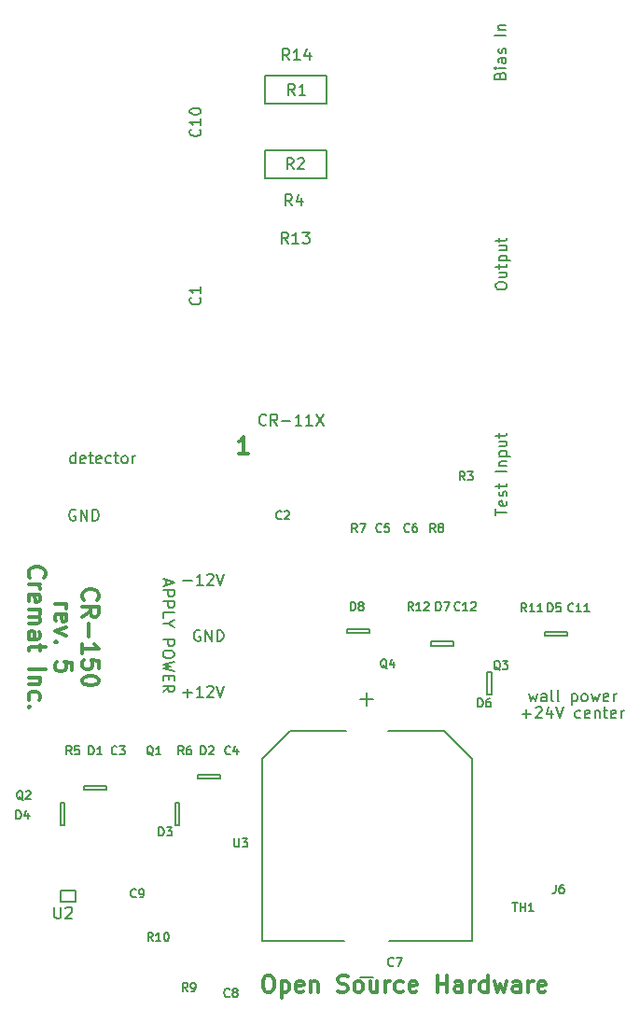
<source format=gbr>
G04 #@! TF.FileFunction,Legend,Top*
%FSLAX46Y46*%
G04 Gerber Fmt 4.6, Leading zero omitted, Abs format (unit mm)*
G04 Created by KiCad (PCBNEW (after 2015-mar-04 BZR unknown)-product) date 11/24/2015 7:31:04 AM*
%MOMM*%
G01*
G04 APERTURE LIST*
%ADD10C,0.152400*%
%ADD11C,0.203200*%
%ADD12C,0.200000*%
%ADD13C,0.304800*%
%ADD14C,0.150000*%
%ADD15C,0.177800*%
G04 APERTURE END LIST*
D10*
D11*
X72740763Y-91095286D02*
X72934287Y-91772619D01*
X73127810Y-91288810D01*
X73321334Y-91772619D01*
X73514858Y-91095286D01*
X74337334Y-91772619D02*
X74337334Y-91240429D01*
X74288953Y-91143667D01*
X74192191Y-91095286D01*
X73998668Y-91095286D01*
X73901906Y-91143667D01*
X74337334Y-91724238D02*
X74240572Y-91772619D01*
X73998668Y-91772619D01*
X73901906Y-91724238D01*
X73853525Y-91627476D01*
X73853525Y-91530714D01*
X73901906Y-91433952D01*
X73998668Y-91385571D01*
X74240572Y-91385571D01*
X74337334Y-91337190D01*
X74966287Y-91772619D02*
X74869525Y-91724238D01*
X74821144Y-91627476D01*
X74821144Y-90756619D01*
X75498477Y-91772619D02*
X75401715Y-91724238D01*
X75353334Y-91627476D01*
X75353334Y-90756619D01*
X76659619Y-91095286D02*
X76659619Y-92111286D01*
X76659619Y-91143667D02*
X76756381Y-91095286D01*
X76949904Y-91095286D01*
X77046666Y-91143667D01*
X77095047Y-91192048D01*
X77143428Y-91288810D01*
X77143428Y-91579095D01*
X77095047Y-91675857D01*
X77046666Y-91724238D01*
X76949904Y-91772619D01*
X76756381Y-91772619D01*
X76659619Y-91724238D01*
X77724000Y-91772619D02*
X77627238Y-91724238D01*
X77578857Y-91675857D01*
X77530476Y-91579095D01*
X77530476Y-91288810D01*
X77578857Y-91192048D01*
X77627238Y-91143667D01*
X77724000Y-91095286D01*
X77869142Y-91095286D01*
X77965904Y-91143667D01*
X78014285Y-91192048D01*
X78062666Y-91288810D01*
X78062666Y-91579095D01*
X78014285Y-91675857D01*
X77965904Y-91724238D01*
X77869142Y-91772619D01*
X77724000Y-91772619D01*
X78401333Y-91095286D02*
X78594857Y-91772619D01*
X78788380Y-91288810D01*
X78981904Y-91772619D01*
X79175428Y-91095286D01*
X79949523Y-91724238D02*
X79852761Y-91772619D01*
X79659238Y-91772619D01*
X79562476Y-91724238D01*
X79514095Y-91627476D01*
X79514095Y-91240429D01*
X79562476Y-91143667D01*
X79659238Y-91095286D01*
X79852761Y-91095286D01*
X79949523Y-91143667D01*
X79997904Y-91240429D01*
X79997904Y-91337190D01*
X79514095Y-91433952D01*
X80433333Y-91772619D02*
X80433333Y-91095286D01*
X80433333Y-91288810D02*
X80481714Y-91192048D01*
X80530095Y-91143667D01*
X80626857Y-91095286D01*
X80723618Y-91095286D01*
D12*
X65024000Y-94488000D02*
X59944000Y-94488000D01*
X67564000Y-97028000D02*
X65024000Y-94488000D01*
X67564000Y-113538000D02*
X67564000Y-97028000D01*
X60071000Y-113538000D02*
X67564000Y-113538000D01*
X48514000Y-113538000D02*
X56007000Y-113538000D01*
X48514000Y-97028000D02*
X48514000Y-113538000D01*
X51054000Y-94488000D02*
X48514000Y-97028000D01*
X56134000Y-94488000D02*
X51054000Y-94488000D01*
D11*
X72160192Y-92909571D02*
X72934287Y-92909571D01*
X72547239Y-93296619D02*
X72547239Y-92522524D01*
X73369716Y-92377381D02*
X73418097Y-92329000D01*
X73514859Y-92280619D01*
X73756763Y-92280619D01*
X73853525Y-92329000D01*
X73901906Y-92377381D01*
X73950287Y-92474143D01*
X73950287Y-92570905D01*
X73901906Y-92716048D01*
X73321335Y-93296619D01*
X73950287Y-93296619D01*
X74821144Y-92619286D02*
X74821144Y-93296619D01*
X74579240Y-92232238D02*
X74337335Y-92957952D01*
X74966287Y-92957952D01*
X75208192Y-92280619D02*
X75546859Y-93296619D01*
X75885525Y-92280619D01*
X77433715Y-93248238D02*
X77336953Y-93296619D01*
X77143430Y-93296619D01*
X77046668Y-93248238D01*
X76998287Y-93199857D01*
X76949906Y-93103095D01*
X76949906Y-92812810D01*
X76998287Y-92716048D01*
X77046668Y-92667667D01*
X77143430Y-92619286D01*
X77336953Y-92619286D01*
X77433715Y-92667667D01*
X78256191Y-93248238D02*
X78159429Y-93296619D01*
X77965906Y-93296619D01*
X77869144Y-93248238D01*
X77820763Y-93151476D01*
X77820763Y-92764429D01*
X77869144Y-92667667D01*
X77965906Y-92619286D01*
X78159429Y-92619286D01*
X78256191Y-92667667D01*
X78304572Y-92764429D01*
X78304572Y-92861190D01*
X77820763Y-92957952D01*
X78740001Y-92619286D02*
X78740001Y-93296619D01*
X78740001Y-92716048D02*
X78788382Y-92667667D01*
X78885144Y-92619286D01*
X79030286Y-92619286D01*
X79127048Y-92667667D01*
X79175429Y-92764429D01*
X79175429Y-93296619D01*
X79514096Y-92619286D02*
X79901144Y-92619286D01*
X79659239Y-92280619D02*
X79659239Y-93151476D01*
X79707620Y-93248238D01*
X79804382Y-93296619D01*
X79901144Y-93296619D01*
X80626857Y-93248238D02*
X80530095Y-93296619D01*
X80336572Y-93296619D01*
X80239810Y-93248238D01*
X80191429Y-93151476D01*
X80191429Y-92764429D01*
X80239810Y-92667667D01*
X80336572Y-92619286D01*
X80530095Y-92619286D01*
X80626857Y-92667667D01*
X80675238Y-92764429D01*
X80675238Y-92861190D01*
X80191429Y-92957952D01*
X81110667Y-93296619D02*
X81110667Y-92619286D01*
X81110667Y-92812810D02*
X81159048Y-92716048D01*
X81207429Y-92667667D01*
X81304191Y-92619286D01*
X81400952Y-92619286D01*
D12*
X54356000Y-41783000D02*
X48768000Y-41783000D01*
X54356000Y-44323000D02*
X54356000Y-41783000D01*
X48768000Y-44323000D02*
X54356000Y-44323000D01*
X48768000Y-41783000D02*
X48768000Y-44323000D01*
X54356000Y-35052000D02*
X48768000Y-35052000D01*
X54356000Y-37592000D02*
X54356000Y-35052000D01*
X48768000Y-37592000D02*
X54356000Y-37592000D01*
X48768000Y-35052000D02*
X48768000Y-37592000D01*
D11*
X41389905Y-91004571D02*
X42164000Y-91004571D01*
X41776952Y-91391619D02*
X41776952Y-90617524D01*
X43180000Y-91391619D02*
X42599429Y-91391619D01*
X42889715Y-91391619D02*
X42889715Y-90375619D01*
X42792953Y-90520762D01*
X42696191Y-90617524D01*
X42599429Y-90665905D01*
X43567048Y-90472381D02*
X43615429Y-90424000D01*
X43712191Y-90375619D01*
X43954095Y-90375619D01*
X44050857Y-90424000D01*
X44099238Y-90472381D01*
X44147619Y-90569143D01*
X44147619Y-90665905D01*
X44099238Y-90811048D01*
X43518667Y-91391619D01*
X44147619Y-91391619D01*
X44437905Y-90375619D02*
X44776572Y-91391619D01*
X45115238Y-90375619D01*
X41389905Y-80844571D02*
X42164000Y-80844571D01*
X43180000Y-81231619D02*
X42599429Y-81231619D01*
X42889715Y-81231619D02*
X42889715Y-80215619D01*
X42792953Y-80360762D01*
X42696191Y-80457524D01*
X42599429Y-80505905D01*
X43567048Y-80312381D02*
X43615429Y-80264000D01*
X43712191Y-80215619D01*
X43954095Y-80215619D01*
X44050857Y-80264000D01*
X44099238Y-80312381D01*
X44147619Y-80409143D01*
X44147619Y-80505905D01*
X44099238Y-80651048D01*
X43518667Y-81231619D01*
X44147619Y-81231619D01*
X44437905Y-80215619D02*
X44776572Y-81231619D01*
X45115238Y-80215619D01*
X42913905Y-85344000D02*
X42817143Y-85295619D01*
X42672000Y-85295619D01*
X42526858Y-85344000D01*
X42430096Y-85440762D01*
X42381715Y-85537524D01*
X42333334Y-85731048D01*
X42333334Y-85876190D01*
X42381715Y-86069714D01*
X42430096Y-86166476D01*
X42526858Y-86263238D01*
X42672000Y-86311619D01*
X42768762Y-86311619D01*
X42913905Y-86263238D01*
X42962286Y-86214857D01*
X42962286Y-85876190D01*
X42768762Y-85876190D01*
X43397715Y-86311619D02*
X43397715Y-85295619D01*
X43978286Y-86311619D01*
X43978286Y-85295619D01*
X44462096Y-86311619D02*
X44462096Y-85295619D01*
X44704001Y-85295619D01*
X44849143Y-85344000D01*
X44945905Y-85440762D01*
X44994286Y-85537524D01*
X45042667Y-85731048D01*
X45042667Y-85876190D01*
X44994286Y-86069714D01*
X44945905Y-86166476D01*
X44849143Y-86263238D01*
X44704001Y-86311619D01*
X44462096Y-86311619D01*
X39835667Y-80772001D02*
X39835667Y-81255810D01*
X39545381Y-80675239D02*
X40561381Y-81013906D01*
X39545381Y-81352572D01*
X39545381Y-81691239D02*
X40561381Y-81691239D01*
X40561381Y-82078286D01*
X40513000Y-82175048D01*
X40464619Y-82223429D01*
X40367857Y-82271810D01*
X40222714Y-82271810D01*
X40125952Y-82223429D01*
X40077571Y-82175048D01*
X40029190Y-82078286D01*
X40029190Y-81691239D01*
X39545381Y-82707239D02*
X40561381Y-82707239D01*
X40561381Y-83094286D01*
X40513000Y-83191048D01*
X40464619Y-83239429D01*
X40367857Y-83287810D01*
X40222714Y-83287810D01*
X40125952Y-83239429D01*
X40077571Y-83191048D01*
X40029190Y-83094286D01*
X40029190Y-82707239D01*
X39545381Y-84207048D02*
X39545381Y-83723239D01*
X40561381Y-83723239D01*
X40029190Y-84739239D02*
X39545381Y-84739239D01*
X40561381Y-84400572D02*
X40029190Y-84739239D01*
X40561381Y-85077905D01*
X39545381Y-86190667D02*
X40561381Y-86190667D01*
X40561381Y-86577714D01*
X40513000Y-86674476D01*
X40464619Y-86722857D01*
X40367857Y-86771238D01*
X40222714Y-86771238D01*
X40125952Y-86722857D01*
X40077571Y-86674476D01*
X40029190Y-86577714D01*
X40029190Y-86190667D01*
X40561381Y-87400191D02*
X40561381Y-87593714D01*
X40513000Y-87690476D01*
X40416238Y-87787238D01*
X40222714Y-87835619D01*
X39884048Y-87835619D01*
X39690524Y-87787238D01*
X39593762Y-87690476D01*
X39545381Y-87593714D01*
X39545381Y-87400191D01*
X39593762Y-87303429D01*
X39690524Y-87206667D01*
X39884048Y-87158286D01*
X40222714Y-87158286D01*
X40416238Y-87206667D01*
X40513000Y-87303429D01*
X40561381Y-87400191D01*
X40561381Y-88174286D02*
X39545381Y-88416191D01*
X40271095Y-88609714D01*
X39545381Y-88803238D01*
X40561381Y-89045143D01*
X40077571Y-89432191D02*
X40077571Y-89770857D01*
X39545381Y-89916000D02*
X39545381Y-89432191D01*
X40561381Y-89432191D01*
X40561381Y-89916000D01*
X39545381Y-90932000D02*
X40029190Y-90593334D01*
X39545381Y-90351429D02*
X40561381Y-90351429D01*
X40561381Y-90738476D01*
X40513000Y-90835238D01*
X40464619Y-90883619D01*
X40367857Y-90932000D01*
X40222714Y-90932000D01*
X40125952Y-90883619D01*
X40077571Y-90835238D01*
X40029190Y-90738476D01*
X40029190Y-90351429D01*
D13*
X48985714Y-116640429D02*
X49276000Y-116640429D01*
X49421142Y-116713000D01*
X49566285Y-116858143D01*
X49638857Y-117148429D01*
X49638857Y-117656429D01*
X49566285Y-117946714D01*
X49421142Y-118091857D01*
X49276000Y-118164429D01*
X48985714Y-118164429D01*
X48840571Y-118091857D01*
X48695428Y-117946714D01*
X48622857Y-117656429D01*
X48622857Y-117148429D01*
X48695428Y-116858143D01*
X48840571Y-116713000D01*
X48985714Y-116640429D01*
X50291999Y-117148429D02*
X50291999Y-118672429D01*
X50291999Y-117221000D02*
X50437142Y-117148429D01*
X50727428Y-117148429D01*
X50872571Y-117221000D01*
X50945142Y-117293571D01*
X51017713Y-117438714D01*
X51017713Y-117874143D01*
X50945142Y-118019286D01*
X50872571Y-118091857D01*
X50727428Y-118164429D01*
X50437142Y-118164429D01*
X50291999Y-118091857D01*
X52251428Y-118091857D02*
X52106285Y-118164429D01*
X51815999Y-118164429D01*
X51670856Y-118091857D01*
X51598285Y-117946714D01*
X51598285Y-117366143D01*
X51670856Y-117221000D01*
X51815999Y-117148429D01*
X52106285Y-117148429D01*
X52251428Y-117221000D01*
X52323999Y-117366143D01*
X52323999Y-117511286D01*
X51598285Y-117656429D01*
X52977142Y-117148429D02*
X52977142Y-118164429D01*
X52977142Y-117293571D02*
X53049714Y-117221000D01*
X53194856Y-117148429D01*
X53412571Y-117148429D01*
X53557714Y-117221000D01*
X53630285Y-117366143D01*
X53630285Y-118164429D01*
X55444571Y-118091857D02*
X55662285Y-118164429D01*
X56025142Y-118164429D01*
X56170285Y-118091857D01*
X56242856Y-118019286D01*
X56315428Y-117874143D01*
X56315428Y-117729000D01*
X56242856Y-117583857D01*
X56170285Y-117511286D01*
X56025142Y-117438714D01*
X55734856Y-117366143D01*
X55589714Y-117293571D01*
X55517142Y-117221000D01*
X55444571Y-117075857D01*
X55444571Y-116930714D01*
X55517142Y-116785571D01*
X55589714Y-116713000D01*
X55734856Y-116640429D01*
X56097714Y-116640429D01*
X56315428Y-116713000D01*
X57186285Y-118164429D02*
X57041143Y-118091857D01*
X56968571Y-118019286D01*
X56896000Y-117874143D01*
X56896000Y-117438714D01*
X56968571Y-117293571D01*
X57041143Y-117221000D01*
X57186285Y-117148429D01*
X57404000Y-117148429D01*
X57549143Y-117221000D01*
X57621714Y-117293571D01*
X57694285Y-117438714D01*
X57694285Y-117874143D01*
X57621714Y-118019286D01*
X57549143Y-118091857D01*
X57404000Y-118164429D01*
X57186285Y-118164429D01*
X59000571Y-117148429D02*
X59000571Y-118164429D01*
X58347428Y-117148429D02*
X58347428Y-117946714D01*
X58420000Y-118091857D01*
X58565142Y-118164429D01*
X58782857Y-118164429D01*
X58928000Y-118091857D01*
X59000571Y-118019286D01*
X59726285Y-118164429D02*
X59726285Y-117148429D01*
X59726285Y-117438714D02*
X59798857Y-117293571D01*
X59871428Y-117221000D01*
X60016571Y-117148429D01*
X60161714Y-117148429D01*
X61322857Y-118091857D02*
X61177714Y-118164429D01*
X60887428Y-118164429D01*
X60742286Y-118091857D01*
X60669714Y-118019286D01*
X60597143Y-117874143D01*
X60597143Y-117438714D01*
X60669714Y-117293571D01*
X60742286Y-117221000D01*
X60887428Y-117148429D01*
X61177714Y-117148429D01*
X61322857Y-117221000D01*
X62556572Y-118091857D02*
X62411429Y-118164429D01*
X62121143Y-118164429D01*
X61976000Y-118091857D01*
X61903429Y-117946714D01*
X61903429Y-117366143D01*
X61976000Y-117221000D01*
X62121143Y-117148429D01*
X62411429Y-117148429D01*
X62556572Y-117221000D01*
X62629143Y-117366143D01*
X62629143Y-117511286D01*
X61903429Y-117656429D01*
X64443429Y-118164429D02*
X64443429Y-116640429D01*
X64443429Y-117366143D02*
X65314286Y-117366143D01*
X65314286Y-118164429D02*
X65314286Y-116640429D01*
X66693143Y-118164429D02*
X66693143Y-117366143D01*
X66620572Y-117221000D01*
X66475429Y-117148429D01*
X66185143Y-117148429D01*
X66040000Y-117221000D01*
X66693143Y-118091857D02*
X66548000Y-118164429D01*
X66185143Y-118164429D01*
X66040000Y-118091857D01*
X65967429Y-117946714D01*
X65967429Y-117801571D01*
X66040000Y-117656429D01*
X66185143Y-117583857D01*
X66548000Y-117583857D01*
X66693143Y-117511286D01*
X67418857Y-118164429D02*
X67418857Y-117148429D01*
X67418857Y-117438714D02*
X67491429Y-117293571D01*
X67564000Y-117221000D01*
X67709143Y-117148429D01*
X67854286Y-117148429D01*
X69015429Y-118164429D02*
X69015429Y-116640429D01*
X69015429Y-118091857D02*
X68870286Y-118164429D01*
X68580000Y-118164429D01*
X68434858Y-118091857D01*
X68362286Y-118019286D01*
X68289715Y-117874143D01*
X68289715Y-117438714D01*
X68362286Y-117293571D01*
X68434858Y-117221000D01*
X68580000Y-117148429D01*
X68870286Y-117148429D01*
X69015429Y-117221000D01*
X69596000Y-117148429D02*
X69886286Y-118164429D01*
X70176572Y-117438714D01*
X70466857Y-118164429D01*
X70757143Y-117148429D01*
X71990857Y-118164429D02*
X71990857Y-117366143D01*
X71918286Y-117221000D01*
X71773143Y-117148429D01*
X71482857Y-117148429D01*
X71337714Y-117221000D01*
X71990857Y-118091857D02*
X71845714Y-118164429D01*
X71482857Y-118164429D01*
X71337714Y-118091857D01*
X71265143Y-117946714D01*
X71265143Y-117801571D01*
X71337714Y-117656429D01*
X71482857Y-117583857D01*
X71845714Y-117583857D01*
X71990857Y-117511286D01*
X72716571Y-118164429D02*
X72716571Y-117148429D01*
X72716571Y-117438714D02*
X72789143Y-117293571D01*
X72861714Y-117221000D01*
X73006857Y-117148429D01*
X73152000Y-117148429D01*
X74240572Y-118091857D02*
X74095429Y-118164429D01*
X73805143Y-118164429D01*
X73660000Y-118091857D01*
X73587429Y-117946714D01*
X73587429Y-117366143D01*
X73660000Y-117221000D01*
X73805143Y-117148429D01*
X74095429Y-117148429D01*
X74240572Y-117221000D01*
X74313143Y-117366143D01*
X74313143Y-117511286D01*
X73587429Y-117656429D01*
X32374114Y-82568142D02*
X32301543Y-82495571D01*
X32228971Y-82277857D01*
X32228971Y-82132714D01*
X32301543Y-81914999D01*
X32446686Y-81769857D01*
X32591829Y-81697285D01*
X32882114Y-81624714D01*
X33099829Y-81624714D01*
X33390114Y-81697285D01*
X33535257Y-81769857D01*
X33680400Y-81914999D01*
X33752971Y-82132714D01*
X33752971Y-82277857D01*
X33680400Y-82495571D01*
X33607829Y-82568142D01*
X32228971Y-84092142D02*
X32954686Y-83584142D01*
X32228971Y-83221285D02*
X33752971Y-83221285D01*
X33752971Y-83801857D01*
X33680400Y-83946999D01*
X33607829Y-84019571D01*
X33462686Y-84092142D01*
X33244971Y-84092142D01*
X33099829Y-84019571D01*
X33027257Y-83946999D01*
X32954686Y-83801857D01*
X32954686Y-83221285D01*
X32809543Y-84745285D02*
X32809543Y-85906428D01*
X32228971Y-87430428D02*
X32228971Y-86559571D01*
X32228971Y-86994999D02*
X33752971Y-86994999D01*
X33535257Y-86849856D01*
X33390114Y-86704714D01*
X33317543Y-86559571D01*
X33752971Y-88809285D02*
X33752971Y-88083571D01*
X33027257Y-88011000D01*
X33099829Y-88083571D01*
X33172400Y-88228714D01*
X33172400Y-88591571D01*
X33099829Y-88736714D01*
X33027257Y-88809285D01*
X32882114Y-88881857D01*
X32519257Y-88881857D01*
X32374114Y-88809285D01*
X32301543Y-88736714D01*
X32228971Y-88591571D01*
X32228971Y-88228714D01*
X32301543Y-88083571D01*
X32374114Y-88011000D01*
X33752971Y-89825286D02*
X33752971Y-89970429D01*
X33680400Y-90115572D01*
X33607829Y-90188143D01*
X33462686Y-90260714D01*
X33172400Y-90333286D01*
X32809543Y-90333286D01*
X32519257Y-90260714D01*
X32374114Y-90188143D01*
X32301543Y-90115572D01*
X32228971Y-89970429D01*
X32228971Y-89825286D01*
X32301543Y-89680143D01*
X32374114Y-89607572D01*
X32519257Y-89535000D01*
X32809543Y-89462429D01*
X33172400Y-89462429D01*
X33462686Y-89535000D01*
X33607829Y-89607572D01*
X33680400Y-89680143D01*
X33752971Y-89825286D01*
X29790571Y-82967285D02*
X30806571Y-82967285D01*
X30516286Y-82967285D02*
X30661429Y-83039857D01*
X30734000Y-83112428D01*
X30806571Y-83257571D01*
X30806571Y-83402714D01*
X29863143Y-84491286D02*
X29790571Y-84346143D01*
X29790571Y-84055857D01*
X29863143Y-83910714D01*
X30008286Y-83838143D01*
X30588857Y-83838143D01*
X30734000Y-83910714D01*
X30806571Y-84055857D01*
X30806571Y-84346143D01*
X30734000Y-84491286D01*
X30588857Y-84563857D01*
X30443714Y-84563857D01*
X30298571Y-83838143D01*
X30806571Y-85071857D02*
X29790571Y-85434714D01*
X30806571Y-85797572D01*
X29935714Y-86378143D02*
X29863143Y-86450715D01*
X29790571Y-86378143D01*
X29863143Y-86305572D01*
X29935714Y-86378143D01*
X29790571Y-86378143D01*
X31314571Y-88990714D02*
X31314571Y-88265000D01*
X30588857Y-88192429D01*
X30661429Y-88265000D01*
X30734000Y-88410143D01*
X30734000Y-88773000D01*
X30661429Y-88918143D01*
X30588857Y-88990714D01*
X30443714Y-89063286D01*
X30080857Y-89063286D01*
X29935714Y-88990714D01*
X29863143Y-88918143D01*
X29790571Y-88773000D01*
X29790571Y-88410143D01*
X29863143Y-88265000D01*
X29935714Y-88192429D01*
X27497314Y-80536143D02*
X27424743Y-80463572D01*
X27352171Y-80245858D01*
X27352171Y-80100715D01*
X27424743Y-79883000D01*
X27569886Y-79737858D01*
X27715029Y-79665286D01*
X28005314Y-79592715D01*
X28223029Y-79592715D01*
X28513314Y-79665286D01*
X28658457Y-79737858D01*
X28803600Y-79883000D01*
X28876171Y-80100715D01*
X28876171Y-80245858D01*
X28803600Y-80463572D01*
X28731029Y-80536143D01*
X27352171Y-81189286D02*
X28368171Y-81189286D01*
X28077886Y-81189286D02*
X28223029Y-81261858D01*
X28295600Y-81334429D01*
X28368171Y-81479572D01*
X28368171Y-81624715D01*
X27424743Y-82713287D02*
X27352171Y-82568144D01*
X27352171Y-82277858D01*
X27424743Y-82132715D01*
X27569886Y-82060144D01*
X28150457Y-82060144D01*
X28295600Y-82132715D01*
X28368171Y-82277858D01*
X28368171Y-82568144D01*
X28295600Y-82713287D01*
X28150457Y-82785858D01*
X28005314Y-82785858D01*
X27860171Y-82060144D01*
X27352171Y-83439001D02*
X28368171Y-83439001D01*
X28223029Y-83439001D02*
X28295600Y-83511573D01*
X28368171Y-83656715D01*
X28368171Y-83874430D01*
X28295600Y-84019573D01*
X28150457Y-84092144D01*
X27352171Y-84092144D01*
X28150457Y-84092144D02*
X28295600Y-84164715D01*
X28368171Y-84309858D01*
X28368171Y-84527573D01*
X28295600Y-84672715D01*
X28150457Y-84745287D01*
X27352171Y-84745287D01*
X27352171Y-86124144D02*
X28150457Y-86124144D01*
X28295600Y-86051573D01*
X28368171Y-85906430D01*
X28368171Y-85616144D01*
X28295600Y-85471001D01*
X27424743Y-86124144D02*
X27352171Y-85979001D01*
X27352171Y-85616144D01*
X27424743Y-85471001D01*
X27569886Y-85398430D01*
X27715029Y-85398430D01*
X27860171Y-85471001D01*
X27932743Y-85616144D01*
X27932743Y-85979001D01*
X28005314Y-86124144D01*
X28368171Y-86632144D02*
X28368171Y-87212715D01*
X28876171Y-86849858D02*
X27569886Y-86849858D01*
X27424743Y-86922430D01*
X27352171Y-87067572D01*
X27352171Y-87212715D01*
X27352171Y-88881858D02*
X28876171Y-88881858D01*
X28368171Y-89607572D02*
X27352171Y-89607572D01*
X28223029Y-89607572D02*
X28295600Y-89680144D01*
X28368171Y-89825286D01*
X28368171Y-90043001D01*
X28295600Y-90188144D01*
X28150457Y-90260715D01*
X27352171Y-90260715D01*
X27424743Y-91639572D02*
X27352171Y-91494429D01*
X27352171Y-91204143D01*
X27424743Y-91059001D01*
X27497314Y-90986429D01*
X27642457Y-90913858D01*
X28077886Y-90913858D01*
X28223029Y-90986429D01*
X28295600Y-91059001D01*
X28368171Y-91204143D01*
X28368171Y-91494429D01*
X28295600Y-91639572D01*
X27497314Y-92292715D02*
X27424743Y-92365287D01*
X27352171Y-92292715D01*
X27424743Y-92220144D01*
X27497314Y-92292715D01*
X27352171Y-92292715D01*
X47298429Y-69269429D02*
X46427572Y-69269429D01*
X46863000Y-69269429D02*
X46863000Y-67745429D01*
X46717857Y-67963143D01*
X46572715Y-68108286D01*
X46427572Y-68180857D01*
D14*
X32385000Y-99441000D02*
X34417000Y-99441000D01*
X34417000Y-99441000D02*
X34417000Y-99822000D01*
X34417000Y-99822000D02*
X32385000Y-99822000D01*
X32385000Y-99822000D02*
X32385000Y-99441000D01*
X44704000Y-98806000D02*
X42672000Y-98806000D01*
X42672000Y-98806000D02*
X42672000Y-98425000D01*
X42672000Y-98425000D02*
X44704000Y-98425000D01*
X44704000Y-98425000D02*
X44704000Y-98806000D01*
X40640000Y-102997000D02*
X40640000Y-100965000D01*
X40640000Y-100965000D02*
X41021000Y-100965000D01*
X41021000Y-100965000D02*
X41021000Y-102997000D01*
X41021000Y-102997000D02*
X40640000Y-102997000D01*
X30226000Y-102997000D02*
X30226000Y-100965000D01*
X30226000Y-100965000D02*
X30607000Y-100965000D01*
X30607000Y-100965000D02*
X30607000Y-102997000D01*
X30607000Y-102997000D02*
X30226000Y-102997000D01*
X76200000Y-85852000D02*
X74168000Y-85852000D01*
X74168000Y-85852000D02*
X74168000Y-85471000D01*
X74168000Y-85471000D02*
X76200000Y-85471000D01*
X76200000Y-85471000D02*
X76200000Y-85852000D01*
X68961000Y-91186000D02*
X68961000Y-89154000D01*
X68961000Y-89154000D02*
X69342000Y-89154000D01*
X69342000Y-89154000D02*
X69342000Y-91186000D01*
X69342000Y-91186000D02*
X68961000Y-91186000D01*
X63881000Y-86360000D02*
X65913000Y-86360000D01*
X65913000Y-86360000D02*
X65913000Y-86741000D01*
X65913000Y-86741000D02*
X63881000Y-86741000D01*
X63881000Y-86741000D02*
X63881000Y-86360000D01*
X58293000Y-85598000D02*
X56261000Y-85598000D01*
X56261000Y-85598000D02*
X56261000Y-85217000D01*
X56261000Y-85217000D02*
X58293000Y-85217000D01*
X58293000Y-85217000D02*
X58293000Y-85598000D01*
D10*
X31623000Y-109982000D02*
X31623000Y-108966000D01*
X31623000Y-108966000D02*
X30226000Y-108966000D01*
X30226000Y-108966000D02*
X30226000Y-109982000D01*
X30226000Y-109982000D02*
X31623000Y-109982000D01*
D15*
X42907857Y-55160333D02*
X42956238Y-55208714D01*
X43004619Y-55353857D01*
X43004619Y-55450619D01*
X42956238Y-55595761D01*
X42859476Y-55692523D01*
X42762714Y-55740904D01*
X42569190Y-55789285D01*
X42424048Y-55789285D01*
X42230524Y-55740904D01*
X42133762Y-55692523D01*
X42037000Y-55595761D01*
X41988619Y-55450619D01*
X41988619Y-55353857D01*
X42037000Y-55208714D01*
X42085381Y-55160333D01*
X43004619Y-54192714D02*
X43004619Y-54773285D01*
X43004619Y-54482999D02*
X41988619Y-54482999D01*
X42133762Y-54579761D01*
X42230524Y-54676523D01*
X42278905Y-54773285D01*
X50292000Y-75202143D02*
X50255714Y-75238429D01*
X50146857Y-75274714D01*
X50074286Y-75274714D01*
X49965429Y-75238429D01*
X49892857Y-75165857D01*
X49856572Y-75093286D01*
X49820286Y-74948143D01*
X49820286Y-74839286D01*
X49856572Y-74694143D01*
X49892857Y-74621571D01*
X49965429Y-74549000D01*
X50074286Y-74512714D01*
X50146857Y-74512714D01*
X50255714Y-74549000D01*
X50292000Y-74585286D01*
X50582286Y-74585286D02*
X50618572Y-74549000D01*
X50691143Y-74512714D01*
X50872572Y-74512714D01*
X50945143Y-74549000D01*
X50981429Y-74585286D01*
X51017714Y-74657857D01*
X51017714Y-74730429D01*
X50981429Y-74839286D01*
X50546000Y-75274714D01*
X51017714Y-75274714D01*
X35356800Y-96538143D02*
X35320514Y-96574429D01*
X35211657Y-96610714D01*
X35139086Y-96610714D01*
X35030229Y-96574429D01*
X34957657Y-96501857D01*
X34921372Y-96429286D01*
X34885086Y-96284143D01*
X34885086Y-96175286D01*
X34921372Y-96030143D01*
X34957657Y-95957571D01*
X35030229Y-95885000D01*
X35139086Y-95848714D01*
X35211657Y-95848714D01*
X35320514Y-95885000D01*
X35356800Y-95921286D01*
X35610800Y-95848714D02*
X36082514Y-95848714D01*
X35828514Y-96139000D01*
X35937372Y-96139000D01*
X36009943Y-96175286D01*
X36046229Y-96211571D01*
X36082514Y-96284143D01*
X36082514Y-96465571D01*
X36046229Y-96538143D01*
X36009943Y-96574429D01*
X35937372Y-96610714D01*
X35719657Y-96610714D01*
X35647086Y-96574429D01*
X35610800Y-96538143D01*
X45643800Y-96538143D02*
X45607514Y-96574429D01*
X45498657Y-96610714D01*
X45426086Y-96610714D01*
X45317229Y-96574429D01*
X45244657Y-96501857D01*
X45208372Y-96429286D01*
X45172086Y-96284143D01*
X45172086Y-96175286D01*
X45208372Y-96030143D01*
X45244657Y-95957571D01*
X45317229Y-95885000D01*
X45426086Y-95848714D01*
X45498657Y-95848714D01*
X45607514Y-95885000D01*
X45643800Y-95921286D01*
X46296943Y-96102714D02*
X46296943Y-96610714D01*
X46115514Y-95812429D02*
X45934086Y-96356714D01*
X46405800Y-96356714D01*
X59359800Y-76345143D02*
X59323514Y-76381429D01*
X59214657Y-76417714D01*
X59142086Y-76417714D01*
X59033229Y-76381429D01*
X58960657Y-76308857D01*
X58924372Y-76236286D01*
X58888086Y-76091143D01*
X58888086Y-75982286D01*
X58924372Y-75837143D01*
X58960657Y-75764571D01*
X59033229Y-75692000D01*
X59142086Y-75655714D01*
X59214657Y-75655714D01*
X59323514Y-75692000D01*
X59359800Y-75728286D01*
X60049229Y-75655714D02*
X59686372Y-75655714D01*
X59650086Y-76018571D01*
X59686372Y-75982286D01*
X59758943Y-75946000D01*
X59940372Y-75946000D01*
X60012943Y-75982286D01*
X60049229Y-76018571D01*
X60085514Y-76091143D01*
X60085514Y-76272571D01*
X60049229Y-76345143D01*
X60012943Y-76381429D01*
X59940372Y-76417714D01*
X59758943Y-76417714D01*
X59686372Y-76381429D01*
X59650086Y-76345143D01*
X61899800Y-76345143D02*
X61863514Y-76381429D01*
X61754657Y-76417714D01*
X61682086Y-76417714D01*
X61573229Y-76381429D01*
X61500657Y-76308857D01*
X61464372Y-76236286D01*
X61428086Y-76091143D01*
X61428086Y-75982286D01*
X61464372Y-75837143D01*
X61500657Y-75764571D01*
X61573229Y-75692000D01*
X61682086Y-75655714D01*
X61754657Y-75655714D01*
X61863514Y-75692000D01*
X61899800Y-75728286D01*
X62552943Y-75655714D02*
X62407800Y-75655714D01*
X62335229Y-75692000D01*
X62298943Y-75728286D01*
X62226372Y-75837143D01*
X62190086Y-75982286D01*
X62190086Y-76272571D01*
X62226372Y-76345143D01*
X62262657Y-76381429D01*
X62335229Y-76417714D01*
X62480372Y-76417714D01*
X62552943Y-76381429D01*
X62589229Y-76345143D01*
X62625514Y-76272571D01*
X62625514Y-76091143D01*
X62589229Y-76018571D01*
X62552943Y-75982286D01*
X62480372Y-75946000D01*
X62335229Y-75946000D01*
X62262657Y-75982286D01*
X62226372Y-76018571D01*
X62190086Y-76091143D01*
X60452000Y-115715143D02*
X60415714Y-115751429D01*
X60306857Y-115787714D01*
X60234286Y-115787714D01*
X60125429Y-115751429D01*
X60052857Y-115678857D01*
X60016572Y-115606286D01*
X59980286Y-115461143D01*
X59980286Y-115352286D01*
X60016572Y-115207143D01*
X60052857Y-115134571D01*
X60125429Y-115062000D01*
X60234286Y-115025714D01*
X60306857Y-115025714D01*
X60415714Y-115062000D01*
X60452000Y-115098286D01*
X60706000Y-115025714D02*
X61214000Y-115025714D01*
X60887429Y-115787714D01*
X57458429Y-91548857D02*
X58619572Y-91548857D01*
X58039001Y-92129429D02*
X58039001Y-90968286D01*
X57458429Y-116821857D02*
X58619572Y-116821857D01*
X45593000Y-118509143D02*
X45556714Y-118545429D01*
X45447857Y-118581714D01*
X45375286Y-118581714D01*
X45266429Y-118545429D01*
X45193857Y-118472857D01*
X45157572Y-118400286D01*
X45121286Y-118255143D01*
X45121286Y-118146286D01*
X45157572Y-118001143D01*
X45193857Y-117928571D01*
X45266429Y-117856000D01*
X45375286Y-117819714D01*
X45447857Y-117819714D01*
X45556714Y-117856000D01*
X45593000Y-117892286D01*
X46028429Y-118146286D02*
X45955857Y-118110000D01*
X45919572Y-118073714D01*
X45883286Y-118001143D01*
X45883286Y-117964857D01*
X45919572Y-117892286D01*
X45955857Y-117856000D01*
X46028429Y-117819714D01*
X46173572Y-117819714D01*
X46246143Y-117856000D01*
X46282429Y-117892286D01*
X46318714Y-117964857D01*
X46318714Y-118001143D01*
X46282429Y-118073714D01*
X46246143Y-118110000D01*
X46173572Y-118146286D01*
X46028429Y-118146286D01*
X45955857Y-118182571D01*
X45919572Y-118218857D01*
X45883286Y-118291429D01*
X45883286Y-118436571D01*
X45919572Y-118509143D01*
X45955857Y-118545429D01*
X46028429Y-118581714D01*
X46173572Y-118581714D01*
X46246143Y-118545429D01*
X46282429Y-118509143D01*
X46318714Y-118436571D01*
X46318714Y-118291429D01*
X46282429Y-118218857D01*
X46246143Y-118182571D01*
X46173572Y-118146286D01*
X37084000Y-109492143D02*
X37047714Y-109528429D01*
X36938857Y-109564714D01*
X36866286Y-109564714D01*
X36757429Y-109528429D01*
X36684857Y-109455857D01*
X36648572Y-109383286D01*
X36612286Y-109238143D01*
X36612286Y-109129286D01*
X36648572Y-108984143D01*
X36684857Y-108911571D01*
X36757429Y-108839000D01*
X36866286Y-108802714D01*
X36938857Y-108802714D01*
X37047714Y-108839000D01*
X37084000Y-108875286D01*
X37446857Y-109564714D02*
X37592000Y-109564714D01*
X37664572Y-109528429D01*
X37700857Y-109492143D01*
X37773429Y-109383286D01*
X37809714Y-109238143D01*
X37809714Y-108947857D01*
X37773429Y-108875286D01*
X37737143Y-108839000D01*
X37664572Y-108802714D01*
X37519429Y-108802714D01*
X37446857Y-108839000D01*
X37410572Y-108875286D01*
X37374286Y-108947857D01*
X37374286Y-109129286D01*
X37410572Y-109201857D01*
X37446857Y-109238143D01*
X37519429Y-109274429D01*
X37664572Y-109274429D01*
X37737143Y-109238143D01*
X37773429Y-109201857D01*
X37809714Y-109129286D01*
X42907857Y-39896143D02*
X42956238Y-39944524D01*
X43004619Y-40089667D01*
X43004619Y-40186429D01*
X42956238Y-40331571D01*
X42859476Y-40428333D01*
X42762714Y-40476714D01*
X42569190Y-40525095D01*
X42424048Y-40525095D01*
X42230524Y-40476714D01*
X42133762Y-40428333D01*
X42037000Y-40331571D01*
X41988619Y-40186429D01*
X41988619Y-40089667D01*
X42037000Y-39944524D01*
X42085381Y-39896143D01*
X43004619Y-38928524D02*
X43004619Y-39509095D01*
X43004619Y-39218809D02*
X41988619Y-39218809D01*
X42133762Y-39315571D01*
X42230524Y-39412333D01*
X42278905Y-39509095D01*
X41988619Y-38299571D02*
X41988619Y-38202810D01*
X42037000Y-38106048D01*
X42085381Y-38057667D01*
X42182143Y-38009286D01*
X42375667Y-37960905D01*
X42617571Y-37960905D01*
X42811095Y-38009286D01*
X42907857Y-38057667D01*
X42956238Y-38106048D01*
X43004619Y-38202810D01*
X43004619Y-38299571D01*
X42956238Y-38396333D01*
X42907857Y-38444714D01*
X42811095Y-38493095D01*
X42617571Y-38541476D01*
X42375667Y-38541476D01*
X42182143Y-38493095D01*
X42085381Y-38444714D01*
X42037000Y-38396333D01*
X41988619Y-38299571D01*
X76776943Y-83584143D02*
X76740657Y-83620429D01*
X76631800Y-83656714D01*
X76559229Y-83656714D01*
X76450372Y-83620429D01*
X76377800Y-83547857D01*
X76341515Y-83475286D01*
X76305229Y-83330143D01*
X76305229Y-83221286D01*
X76341515Y-83076143D01*
X76377800Y-83003571D01*
X76450372Y-82931000D01*
X76559229Y-82894714D01*
X76631800Y-82894714D01*
X76740657Y-82931000D01*
X76776943Y-82967286D01*
X77502657Y-83656714D02*
X77067229Y-83656714D01*
X77284943Y-83656714D02*
X77284943Y-82894714D01*
X77212372Y-83003571D01*
X77139800Y-83076143D01*
X77067229Y-83112429D01*
X78228371Y-83656714D02*
X77792943Y-83656714D01*
X78010657Y-83656714D02*
X78010657Y-82894714D01*
X77938086Y-83003571D01*
X77865514Y-83076143D01*
X77792943Y-83112429D01*
X66489943Y-83457143D02*
X66453657Y-83493429D01*
X66344800Y-83529714D01*
X66272229Y-83529714D01*
X66163372Y-83493429D01*
X66090800Y-83420857D01*
X66054515Y-83348286D01*
X66018229Y-83203143D01*
X66018229Y-83094286D01*
X66054515Y-82949143D01*
X66090800Y-82876571D01*
X66163372Y-82804000D01*
X66272229Y-82767714D01*
X66344800Y-82767714D01*
X66453657Y-82804000D01*
X66489943Y-82840286D01*
X67215657Y-83529714D02*
X66780229Y-83529714D01*
X66997943Y-83529714D02*
X66997943Y-82767714D01*
X66925372Y-82876571D01*
X66852800Y-82949143D01*
X66780229Y-82985429D01*
X67505943Y-82840286D02*
X67542229Y-82804000D01*
X67614800Y-82767714D01*
X67796229Y-82767714D01*
X67868800Y-82804000D01*
X67905086Y-82840286D01*
X67941371Y-82912857D01*
X67941371Y-82985429D01*
X67905086Y-83094286D01*
X67469657Y-83529714D01*
X67941371Y-83529714D01*
X32838572Y-96610714D02*
X32838572Y-95848714D01*
X33020000Y-95848714D01*
X33128857Y-95885000D01*
X33201429Y-95957571D01*
X33237714Y-96030143D01*
X33274000Y-96175286D01*
X33274000Y-96284143D01*
X33237714Y-96429286D01*
X33201429Y-96501857D01*
X33128857Y-96574429D01*
X33020000Y-96610714D01*
X32838572Y-96610714D01*
X33999714Y-96610714D02*
X33564286Y-96610714D01*
X33782000Y-96610714D02*
X33782000Y-95848714D01*
X33709429Y-95957571D01*
X33636857Y-96030143D01*
X33564286Y-96066429D01*
X42998572Y-96610714D02*
X42998572Y-95848714D01*
X43180000Y-95848714D01*
X43288857Y-95885000D01*
X43361429Y-95957571D01*
X43397714Y-96030143D01*
X43434000Y-96175286D01*
X43434000Y-96284143D01*
X43397714Y-96429286D01*
X43361429Y-96501857D01*
X43288857Y-96574429D01*
X43180000Y-96610714D01*
X42998572Y-96610714D01*
X43724286Y-95921286D02*
X43760572Y-95885000D01*
X43833143Y-95848714D01*
X44014572Y-95848714D01*
X44087143Y-95885000D01*
X44123429Y-95921286D01*
X44159714Y-95993857D01*
X44159714Y-96066429D01*
X44123429Y-96175286D01*
X43688000Y-96610714D01*
X44159714Y-96610714D01*
X39188572Y-103976714D02*
X39188572Y-103214714D01*
X39370000Y-103214714D01*
X39478857Y-103251000D01*
X39551429Y-103323571D01*
X39587714Y-103396143D01*
X39624000Y-103541286D01*
X39624000Y-103650143D01*
X39587714Y-103795286D01*
X39551429Y-103867857D01*
X39478857Y-103940429D01*
X39370000Y-103976714D01*
X39188572Y-103976714D01*
X39878000Y-103214714D02*
X40349714Y-103214714D01*
X40095714Y-103505000D01*
X40204572Y-103505000D01*
X40277143Y-103541286D01*
X40313429Y-103577571D01*
X40349714Y-103650143D01*
X40349714Y-103831571D01*
X40313429Y-103904143D01*
X40277143Y-103940429D01*
X40204572Y-103976714D01*
X39986857Y-103976714D01*
X39914286Y-103940429D01*
X39878000Y-103904143D01*
X26234572Y-102452714D02*
X26234572Y-101690714D01*
X26416000Y-101690714D01*
X26524857Y-101727000D01*
X26597429Y-101799571D01*
X26633714Y-101872143D01*
X26670000Y-102017286D01*
X26670000Y-102126143D01*
X26633714Y-102271286D01*
X26597429Y-102343857D01*
X26524857Y-102416429D01*
X26416000Y-102452714D01*
X26234572Y-102452714D01*
X27323143Y-101944714D02*
X27323143Y-102452714D01*
X27141714Y-101654429D02*
X26960286Y-102198714D01*
X27432000Y-102198714D01*
X74494572Y-83656714D02*
X74494572Y-82894714D01*
X74676000Y-82894714D01*
X74784857Y-82931000D01*
X74857429Y-83003571D01*
X74893714Y-83076143D01*
X74930000Y-83221286D01*
X74930000Y-83330143D01*
X74893714Y-83475286D01*
X74857429Y-83547857D01*
X74784857Y-83620429D01*
X74676000Y-83656714D01*
X74494572Y-83656714D01*
X75619429Y-82894714D02*
X75256572Y-82894714D01*
X75220286Y-83257571D01*
X75256572Y-83221286D01*
X75329143Y-83185000D01*
X75510572Y-83185000D01*
X75583143Y-83221286D01*
X75619429Y-83257571D01*
X75655714Y-83330143D01*
X75655714Y-83511571D01*
X75619429Y-83584143D01*
X75583143Y-83620429D01*
X75510572Y-83656714D01*
X75329143Y-83656714D01*
X75256572Y-83620429D01*
X75220286Y-83584143D01*
X68144572Y-92292714D02*
X68144572Y-91530714D01*
X68326000Y-91530714D01*
X68434857Y-91567000D01*
X68507429Y-91639571D01*
X68543714Y-91712143D01*
X68580000Y-91857286D01*
X68580000Y-91966143D01*
X68543714Y-92111286D01*
X68507429Y-92183857D01*
X68434857Y-92256429D01*
X68326000Y-92292714D01*
X68144572Y-92292714D01*
X69233143Y-91530714D02*
X69088000Y-91530714D01*
X69015429Y-91567000D01*
X68979143Y-91603286D01*
X68906572Y-91712143D01*
X68870286Y-91857286D01*
X68870286Y-92147571D01*
X68906572Y-92220143D01*
X68942857Y-92256429D01*
X69015429Y-92292714D01*
X69160572Y-92292714D01*
X69233143Y-92256429D01*
X69269429Y-92220143D01*
X69305714Y-92147571D01*
X69305714Y-91966143D01*
X69269429Y-91893571D01*
X69233143Y-91857286D01*
X69160572Y-91821000D01*
X69015429Y-91821000D01*
X68942857Y-91857286D01*
X68906572Y-91893571D01*
X68870286Y-91966143D01*
X64334572Y-83529714D02*
X64334572Y-82767714D01*
X64516000Y-82767714D01*
X64624857Y-82804000D01*
X64697429Y-82876571D01*
X64733714Y-82949143D01*
X64770000Y-83094286D01*
X64770000Y-83203143D01*
X64733714Y-83348286D01*
X64697429Y-83420857D01*
X64624857Y-83493429D01*
X64516000Y-83529714D01*
X64334572Y-83529714D01*
X65024000Y-82767714D02*
X65532000Y-82767714D01*
X65205429Y-83529714D01*
X56587572Y-83529714D02*
X56587572Y-82767714D01*
X56769000Y-82767714D01*
X56877857Y-82804000D01*
X56950429Y-82876571D01*
X56986714Y-82949143D01*
X57023000Y-83094286D01*
X57023000Y-83203143D01*
X56986714Y-83348286D01*
X56950429Y-83420857D01*
X56877857Y-83493429D01*
X56769000Y-83529714D01*
X56587572Y-83529714D01*
X57458429Y-83094286D02*
X57385857Y-83058000D01*
X57349572Y-83021714D01*
X57313286Y-82949143D01*
X57313286Y-82912857D01*
X57349572Y-82840286D01*
X57385857Y-82804000D01*
X57458429Y-82767714D01*
X57603572Y-82767714D01*
X57676143Y-82804000D01*
X57712429Y-82840286D01*
X57748714Y-82912857D01*
X57748714Y-82949143D01*
X57712429Y-83021714D01*
X57676143Y-83058000D01*
X57603572Y-83094286D01*
X57458429Y-83094286D01*
X57385857Y-83130571D01*
X57349572Y-83166857D01*
X57313286Y-83239429D01*
X57313286Y-83384571D01*
X57349572Y-83457143D01*
X57385857Y-83493429D01*
X57458429Y-83529714D01*
X57603572Y-83529714D01*
X57676143Y-83493429D01*
X57712429Y-83457143D01*
X57748714Y-83384571D01*
X57748714Y-83239429D01*
X57712429Y-83166857D01*
X57676143Y-83130571D01*
X57603572Y-83094286D01*
X69725419Y-54176989D02*
X69725419Y-53983466D01*
X69773800Y-53886704D01*
X69870562Y-53789942D01*
X70064086Y-53741561D01*
X70402752Y-53741561D01*
X70596276Y-53789942D01*
X70693038Y-53886704D01*
X70741419Y-53983466D01*
X70741419Y-54176989D01*
X70693038Y-54273751D01*
X70596276Y-54370513D01*
X70402752Y-54418894D01*
X70064086Y-54418894D01*
X69870562Y-54370513D01*
X69773800Y-54273751D01*
X69725419Y-54176989D01*
X70064086Y-52870704D02*
X70741419Y-52870704D01*
X70064086Y-53306132D02*
X70596276Y-53306132D01*
X70693038Y-53257751D01*
X70741419Y-53160989D01*
X70741419Y-53015847D01*
X70693038Y-52919085D01*
X70644657Y-52870704D01*
X70064086Y-52532037D02*
X70064086Y-52144989D01*
X69725419Y-52386894D02*
X70596276Y-52386894D01*
X70693038Y-52338513D01*
X70741419Y-52241751D01*
X70741419Y-52144989D01*
X70064086Y-51806323D02*
X71080086Y-51806323D01*
X70112467Y-51806323D02*
X70064086Y-51709561D01*
X70064086Y-51516038D01*
X70112467Y-51419276D01*
X70160848Y-51370895D01*
X70257610Y-51322514D01*
X70547895Y-51322514D01*
X70644657Y-51370895D01*
X70693038Y-51419276D01*
X70741419Y-51516038D01*
X70741419Y-51709561D01*
X70693038Y-51806323D01*
X70064086Y-50451657D02*
X70741419Y-50451657D01*
X70064086Y-50887085D02*
X70596276Y-50887085D01*
X70693038Y-50838704D01*
X70741419Y-50741942D01*
X70741419Y-50596800D01*
X70693038Y-50500038D01*
X70644657Y-50451657D01*
X70064086Y-50112990D02*
X70064086Y-49725942D01*
X69725419Y-49967847D02*
X70596276Y-49967847D01*
X70693038Y-49919466D01*
X70741419Y-49822704D01*
X70741419Y-49725942D01*
X31592763Y-70182619D02*
X31592763Y-69166619D01*
X31592763Y-70134238D02*
X31496001Y-70182619D01*
X31302478Y-70182619D01*
X31205716Y-70134238D01*
X31157335Y-70085857D01*
X31108954Y-69989095D01*
X31108954Y-69698810D01*
X31157335Y-69602048D01*
X31205716Y-69553667D01*
X31302478Y-69505286D01*
X31496001Y-69505286D01*
X31592763Y-69553667D01*
X32463620Y-70134238D02*
X32366858Y-70182619D01*
X32173335Y-70182619D01*
X32076573Y-70134238D01*
X32028192Y-70037476D01*
X32028192Y-69650429D01*
X32076573Y-69553667D01*
X32173335Y-69505286D01*
X32366858Y-69505286D01*
X32463620Y-69553667D01*
X32512001Y-69650429D01*
X32512001Y-69747190D01*
X32028192Y-69843952D01*
X32802287Y-69505286D02*
X33189335Y-69505286D01*
X32947430Y-69166619D02*
X32947430Y-70037476D01*
X32995811Y-70134238D01*
X33092573Y-70182619D01*
X33189335Y-70182619D01*
X33915048Y-70134238D02*
X33818286Y-70182619D01*
X33624763Y-70182619D01*
X33528001Y-70134238D01*
X33479620Y-70037476D01*
X33479620Y-69650429D01*
X33528001Y-69553667D01*
X33624763Y-69505286D01*
X33818286Y-69505286D01*
X33915048Y-69553667D01*
X33963429Y-69650429D01*
X33963429Y-69747190D01*
X33479620Y-69843952D01*
X34834286Y-70134238D02*
X34737524Y-70182619D01*
X34544001Y-70182619D01*
X34447239Y-70134238D01*
X34398858Y-70085857D01*
X34350477Y-69989095D01*
X34350477Y-69698810D01*
X34398858Y-69602048D01*
X34447239Y-69553667D01*
X34544001Y-69505286D01*
X34737524Y-69505286D01*
X34834286Y-69553667D01*
X35124572Y-69505286D02*
X35511620Y-69505286D01*
X35269715Y-69166619D02*
X35269715Y-70037476D01*
X35318096Y-70134238D01*
X35414858Y-70182619D01*
X35511620Y-70182619D01*
X35995429Y-70182619D02*
X35898667Y-70134238D01*
X35850286Y-70085857D01*
X35801905Y-69989095D01*
X35801905Y-69698810D01*
X35850286Y-69602048D01*
X35898667Y-69553667D01*
X35995429Y-69505286D01*
X36140571Y-69505286D01*
X36237333Y-69553667D01*
X36285714Y-69602048D01*
X36334095Y-69698810D01*
X36334095Y-69989095D01*
X36285714Y-70085857D01*
X36237333Y-70134238D01*
X36140571Y-70182619D01*
X35995429Y-70182619D01*
X36769524Y-70182619D02*
X36769524Y-69505286D01*
X36769524Y-69698810D02*
X36817905Y-69602048D01*
X36866286Y-69553667D01*
X36963048Y-69505286D01*
X37059809Y-69505286D01*
X69725419Y-74896132D02*
X69725419Y-74315561D01*
X70741419Y-74605846D02*
X69725419Y-74605846D01*
X70693038Y-73589847D02*
X70741419Y-73686609D01*
X70741419Y-73880132D01*
X70693038Y-73976894D01*
X70596276Y-74025275D01*
X70209229Y-74025275D01*
X70112467Y-73976894D01*
X70064086Y-73880132D01*
X70064086Y-73686609D01*
X70112467Y-73589847D01*
X70209229Y-73541466D01*
X70305990Y-73541466D01*
X70402752Y-74025275D01*
X70693038Y-73154418D02*
X70741419Y-73057656D01*
X70741419Y-72864132D01*
X70693038Y-72767371D01*
X70596276Y-72718990D01*
X70547895Y-72718990D01*
X70451133Y-72767371D01*
X70402752Y-72864132D01*
X70402752Y-73009275D01*
X70354371Y-73106037D01*
X70257610Y-73154418D01*
X70209229Y-73154418D01*
X70112467Y-73106037D01*
X70064086Y-73009275D01*
X70064086Y-72864132D01*
X70112467Y-72767371D01*
X70064086Y-72428704D02*
X70064086Y-72041656D01*
X69725419Y-72283561D02*
X70596276Y-72283561D01*
X70693038Y-72235180D01*
X70741419Y-72138418D01*
X70741419Y-72041656D01*
X70741419Y-70928895D02*
X69725419Y-70928895D01*
X70064086Y-70445085D02*
X70741419Y-70445085D01*
X70160848Y-70445085D02*
X70112467Y-70396704D01*
X70064086Y-70299942D01*
X70064086Y-70154800D01*
X70112467Y-70058038D01*
X70209229Y-70009657D01*
X70741419Y-70009657D01*
X70064086Y-69525847D02*
X71080086Y-69525847D01*
X70112467Y-69525847D02*
X70064086Y-69429085D01*
X70064086Y-69235562D01*
X70112467Y-69138800D01*
X70160848Y-69090419D01*
X70257610Y-69042038D01*
X70547895Y-69042038D01*
X70644657Y-69090419D01*
X70693038Y-69138800D01*
X70741419Y-69235562D01*
X70741419Y-69429085D01*
X70693038Y-69525847D01*
X70064086Y-68171181D02*
X70741419Y-68171181D01*
X70064086Y-68606609D02*
X70596276Y-68606609D01*
X70693038Y-68558228D01*
X70741419Y-68461466D01*
X70741419Y-68316324D01*
X70693038Y-68219562D01*
X70644657Y-68171181D01*
X70064086Y-67832514D02*
X70064086Y-67445466D01*
X69725419Y-67687371D02*
X70596276Y-67687371D01*
X70693038Y-67638990D01*
X70741419Y-67542228D01*
X70741419Y-67445466D01*
X70158429Y-35021762D02*
X70206810Y-34876619D01*
X70255190Y-34828238D01*
X70351952Y-34779857D01*
X70497095Y-34779857D01*
X70593857Y-34828238D01*
X70642238Y-34876619D01*
X70690619Y-34973381D01*
X70690619Y-35360428D01*
X69674619Y-35360428D01*
X69674619Y-35021762D01*
X69723000Y-34925000D01*
X69771381Y-34876619D01*
X69868143Y-34828238D01*
X69964905Y-34828238D01*
X70061667Y-34876619D01*
X70110048Y-34925000D01*
X70158429Y-35021762D01*
X70158429Y-35360428D01*
X70690619Y-34344428D02*
X70013286Y-34344428D01*
X69674619Y-34344428D02*
X69723000Y-34392809D01*
X69771381Y-34344428D01*
X69723000Y-34296047D01*
X69674619Y-34344428D01*
X69771381Y-34344428D01*
X70690619Y-33425190D02*
X70158429Y-33425190D01*
X70061667Y-33473571D01*
X70013286Y-33570333D01*
X70013286Y-33763856D01*
X70061667Y-33860618D01*
X70642238Y-33425190D02*
X70690619Y-33521952D01*
X70690619Y-33763856D01*
X70642238Y-33860618D01*
X70545476Y-33908999D01*
X70448714Y-33908999D01*
X70351952Y-33860618D01*
X70303571Y-33763856D01*
X70303571Y-33521952D01*
X70255190Y-33425190D01*
X70642238Y-32989761D02*
X70690619Y-32892999D01*
X70690619Y-32699475D01*
X70642238Y-32602714D01*
X70545476Y-32554333D01*
X70497095Y-32554333D01*
X70400333Y-32602714D01*
X70351952Y-32699475D01*
X70351952Y-32844618D01*
X70303571Y-32941380D01*
X70206810Y-32989761D01*
X70158429Y-32989761D01*
X70061667Y-32941380D01*
X70013286Y-32844618D01*
X70013286Y-32699475D01*
X70061667Y-32602714D01*
X70690619Y-31344809D02*
X69674619Y-31344809D01*
X70013286Y-30860999D02*
X70690619Y-30860999D01*
X70110048Y-30860999D02*
X70061667Y-30812618D01*
X70013286Y-30715856D01*
X70013286Y-30570714D01*
X70061667Y-30473952D01*
X70158429Y-30425571D01*
X70690619Y-30425571D01*
X75184001Y-108421714D02*
X75184001Y-108966000D01*
X75147715Y-109074857D01*
X75075144Y-109147429D01*
X74966287Y-109183714D01*
X74893715Y-109183714D01*
X75873429Y-108421714D02*
X75728286Y-108421714D01*
X75655715Y-108458000D01*
X75619429Y-108494286D01*
X75546858Y-108603143D01*
X75510572Y-108748286D01*
X75510572Y-109038571D01*
X75546858Y-109111143D01*
X75583143Y-109147429D01*
X75655715Y-109183714D01*
X75800858Y-109183714D01*
X75873429Y-109147429D01*
X75909715Y-109111143D01*
X75946000Y-109038571D01*
X75946000Y-108857143D01*
X75909715Y-108784571D01*
X75873429Y-108748286D01*
X75800858Y-108712000D01*
X75655715Y-108712000D01*
X75583143Y-108748286D01*
X75546858Y-108784571D01*
X75510572Y-108857143D01*
X31610905Y-74422000D02*
X31514143Y-74373619D01*
X31369000Y-74373619D01*
X31223858Y-74422000D01*
X31127096Y-74518762D01*
X31078715Y-74615524D01*
X31030334Y-74809048D01*
X31030334Y-74954190D01*
X31078715Y-75147714D01*
X31127096Y-75244476D01*
X31223858Y-75341238D01*
X31369000Y-75389619D01*
X31465762Y-75389619D01*
X31610905Y-75341238D01*
X31659286Y-75292857D01*
X31659286Y-74954190D01*
X31465762Y-74954190D01*
X32094715Y-75389619D02*
X32094715Y-74373619D01*
X32675286Y-75389619D01*
X32675286Y-74373619D01*
X33159096Y-75389619D02*
X33159096Y-74373619D01*
X33401001Y-74373619D01*
X33546143Y-74422000D01*
X33642905Y-74518762D01*
X33691286Y-74615524D01*
X33739667Y-74809048D01*
X33739667Y-74954190D01*
X33691286Y-75147714D01*
X33642905Y-75244476D01*
X33546143Y-75341238D01*
X33401001Y-75389619D01*
X33159096Y-75389619D01*
X38662429Y-96683286D02*
X38589857Y-96647000D01*
X38517286Y-96574429D01*
X38408429Y-96465571D01*
X38335857Y-96429286D01*
X38263286Y-96429286D01*
X38299571Y-96610714D02*
X38227000Y-96574429D01*
X38154429Y-96501857D01*
X38118143Y-96356714D01*
X38118143Y-96102714D01*
X38154429Y-95957571D01*
X38227000Y-95885000D01*
X38299571Y-95848714D01*
X38444714Y-95848714D01*
X38517286Y-95885000D01*
X38589857Y-95957571D01*
X38626143Y-96102714D01*
X38626143Y-96356714D01*
X38589857Y-96501857D01*
X38517286Y-96574429D01*
X38444714Y-96610714D01*
X38299571Y-96610714D01*
X39351857Y-96610714D02*
X38916429Y-96610714D01*
X39134143Y-96610714D02*
X39134143Y-95848714D01*
X39061572Y-95957571D01*
X38989000Y-96030143D01*
X38916429Y-96066429D01*
X26851429Y-100747286D02*
X26778857Y-100711000D01*
X26706286Y-100638429D01*
X26597429Y-100529571D01*
X26524857Y-100493286D01*
X26452286Y-100493286D01*
X26488571Y-100674714D02*
X26416000Y-100638429D01*
X26343429Y-100565857D01*
X26307143Y-100420714D01*
X26307143Y-100166714D01*
X26343429Y-100021571D01*
X26416000Y-99949000D01*
X26488571Y-99912714D01*
X26633714Y-99912714D01*
X26706286Y-99949000D01*
X26778857Y-100021571D01*
X26815143Y-100166714D01*
X26815143Y-100420714D01*
X26778857Y-100565857D01*
X26706286Y-100638429D01*
X26633714Y-100674714D01*
X26488571Y-100674714D01*
X27105429Y-99985286D02*
X27141715Y-99949000D01*
X27214286Y-99912714D01*
X27395715Y-99912714D01*
X27468286Y-99949000D01*
X27504572Y-99985286D01*
X27540857Y-100057857D01*
X27540857Y-100130429D01*
X27504572Y-100239286D01*
X27069143Y-100674714D01*
X27540857Y-100674714D01*
X70158429Y-88936286D02*
X70085857Y-88900000D01*
X70013286Y-88827429D01*
X69904429Y-88718571D01*
X69831857Y-88682286D01*
X69759286Y-88682286D01*
X69795571Y-88863714D02*
X69723000Y-88827429D01*
X69650429Y-88754857D01*
X69614143Y-88609714D01*
X69614143Y-88355714D01*
X69650429Y-88210571D01*
X69723000Y-88138000D01*
X69795571Y-88101714D01*
X69940714Y-88101714D01*
X70013286Y-88138000D01*
X70085857Y-88210571D01*
X70122143Y-88355714D01*
X70122143Y-88609714D01*
X70085857Y-88754857D01*
X70013286Y-88827429D01*
X69940714Y-88863714D01*
X69795571Y-88863714D01*
X70376143Y-88101714D02*
X70847857Y-88101714D01*
X70593857Y-88392000D01*
X70702715Y-88392000D01*
X70775286Y-88428286D01*
X70811572Y-88464571D01*
X70847857Y-88537143D01*
X70847857Y-88718571D01*
X70811572Y-88791143D01*
X70775286Y-88827429D01*
X70702715Y-88863714D01*
X70485000Y-88863714D01*
X70412429Y-88827429D01*
X70376143Y-88791143D01*
X59871429Y-88809286D02*
X59798857Y-88773000D01*
X59726286Y-88700429D01*
X59617429Y-88591571D01*
X59544857Y-88555286D01*
X59472286Y-88555286D01*
X59508571Y-88736714D02*
X59436000Y-88700429D01*
X59363429Y-88627857D01*
X59327143Y-88482714D01*
X59327143Y-88228714D01*
X59363429Y-88083571D01*
X59436000Y-88011000D01*
X59508571Y-87974714D01*
X59653714Y-87974714D01*
X59726286Y-88011000D01*
X59798857Y-88083571D01*
X59835143Y-88228714D01*
X59835143Y-88482714D01*
X59798857Y-88627857D01*
X59726286Y-88700429D01*
X59653714Y-88736714D01*
X59508571Y-88736714D01*
X60488286Y-88228714D02*
X60488286Y-88736714D01*
X60306857Y-87938429D02*
X60125429Y-88482714D01*
X60597143Y-88482714D01*
X51519667Y-36781619D02*
X51181001Y-36297810D01*
X50939096Y-36781619D02*
X50939096Y-35765619D01*
X51326143Y-35765619D01*
X51422905Y-35814000D01*
X51471286Y-35862381D01*
X51519667Y-35959143D01*
X51519667Y-36104286D01*
X51471286Y-36201048D01*
X51422905Y-36249429D01*
X51326143Y-36297810D01*
X50939096Y-36297810D01*
X52487286Y-36781619D02*
X51906715Y-36781619D01*
X52197001Y-36781619D02*
X52197001Y-35765619D01*
X52100239Y-35910762D01*
X52003477Y-36007524D01*
X51906715Y-36055905D01*
X51392667Y-43512619D02*
X51054001Y-43028810D01*
X50812096Y-43512619D02*
X50812096Y-42496619D01*
X51199143Y-42496619D01*
X51295905Y-42545000D01*
X51344286Y-42593381D01*
X51392667Y-42690143D01*
X51392667Y-42835286D01*
X51344286Y-42932048D01*
X51295905Y-42980429D01*
X51199143Y-43028810D01*
X50812096Y-43028810D01*
X51779715Y-42593381D02*
X51828096Y-42545000D01*
X51924858Y-42496619D01*
X52166762Y-42496619D01*
X52263524Y-42545000D01*
X52311905Y-42593381D01*
X52360286Y-42690143D01*
X52360286Y-42786905D01*
X52311905Y-42932048D01*
X51731334Y-43512619D01*
X52360286Y-43512619D01*
X66929000Y-71718714D02*
X66675000Y-71355857D01*
X66493572Y-71718714D02*
X66493572Y-70956714D01*
X66783857Y-70956714D01*
X66856429Y-70993000D01*
X66892714Y-71029286D01*
X66929000Y-71101857D01*
X66929000Y-71210714D01*
X66892714Y-71283286D01*
X66856429Y-71319571D01*
X66783857Y-71355857D01*
X66493572Y-71355857D01*
X67183000Y-70956714D02*
X67654714Y-70956714D01*
X67400714Y-71247000D01*
X67509572Y-71247000D01*
X67582143Y-71283286D01*
X67618429Y-71319571D01*
X67654714Y-71392143D01*
X67654714Y-71573571D01*
X67618429Y-71646143D01*
X67582143Y-71682429D01*
X67509572Y-71718714D01*
X67291857Y-71718714D01*
X67219286Y-71682429D01*
X67183000Y-71646143D01*
X51265667Y-46814619D02*
X50927001Y-46330810D01*
X50685096Y-46814619D02*
X50685096Y-45798619D01*
X51072143Y-45798619D01*
X51168905Y-45847000D01*
X51217286Y-45895381D01*
X51265667Y-45992143D01*
X51265667Y-46137286D01*
X51217286Y-46234048D01*
X51168905Y-46282429D01*
X51072143Y-46330810D01*
X50685096Y-46330810D01*
X52136524Y-46137286D02*
X52136524Y-46814619D01*
X51894620Y-45750238D02*
X51652715Y-46475952D01*
X52281667Y-46475952D01*
X31242000Y-96610714D02*
X30988000Y-96247857D01*
X30806572Y-96610714D02*
X30806572Y-95848714D01*
X31096857Y-95848714D01*
X31169429Y-95885000D01*
X31205714Y-95921286D01*
X31242000Y-95993857D01*
X31242000Y-96102714D01*
X31205714Y-96175286D01*
X31169429Y-96211571D01*
X31096857Y-96247857D01*
X30806572Y-96247857D01*
X31931429Y-95848714D02*
X31568572Y-95848714D01*
X31532286Y-96211571D01*
X31568572Y-96175286D01*
X31641143Y-96139000D01*
X31822572Y-96139000D01*
X31895143Y-96175286D01*
X31931429Y-96211571D01*
X31967714Y-96284143D01*
X31967714Y-96465571D01*
X31931429Y-96538143D01*
X31895143Y-96574429D01*
X31822572Y-96610714D01*
X31641143Y-96610714D01*
X31568572Y-96574429D01*
X31532286Y-96538143D01*
X41402000Y-96610714D02*
X41148000Y-96247857D01*
X40966572Y-96610714D02*
X40966572Y-95848714D01*
X41256857Y-95848714D01*
X41329429Y-95885000D01*
X41365714Y-95921286D01*
X41402000Y-95993857D01*
X41402000Y-96102714D01*
X41365714Y-96175286D01*
X41329429Y-96211571D01*
X41256857Y-96247857D01*
X40966572Y-96247857D01*
X42055143Y-95848714D02*
X41910000Y-95848714D01*
X41837429Y-95885000D01*
X41801143Y-95921286D01*
X41728572Y-96030143D01*
X41692286Y-96175286D01*
X41692286Y-96465571D01*
X41728572Y-96538143D01*
X41764857Y-96574429D01*
X41837429Y-96610714D01*
X41982572Y-96610714D01*
X42055143Y-96574429D01*
X42091429Y-96538143D01*
X42127714Y-96465571D01*
X42127714Y-96284143D01*
X42091429Y-96211571D01*
X42055143Y-96175286D01*
X41982572Y-96139000D01*
X41837429Y-96139000D01*
X41764857Y-96175286D01*
X41728572Y-96211571D01*
X41692286Y-96284143D01*
X57150000Y-76417714D02*
X56896000Y-76054857D01*
X56714572Y-76417714D02*
X56714572Y-75655714D01*
X57004857Y-75655714D01*
X57077429Y-75692000D01*
X57113714Y-75728286D01*
X57150000Y-75800857D01*
X57150000Y-75909714D01*
X57113714Y-75982286D01*
X57077429Y-76018571D01*
X57004857Y-76054857D01*
X56714572Y-76054857D01*
X57404000Y-75655714D02*
X57912000Y-75655714D01*
X57585429Y-76417714D01*
X64262000Y-76417714D02*
X64008000Y-76054857D01*
X63826572Y-76417714D02*
X63826572Y-75655714D01*
X64116857Y-75655714D01*
X64189429Y-75692000D01*
X64225714Y-75728286D01*
X64262000Y-75800857D01*
X64262000Y-75909714D01*
X64225714Y-75982286D01*
X64189429Y-76018571D01*
X64116857Y-76054857D01*
X63826572Y-76054857D01*
X64697429Y-75982286D02*
X64624857Y-75946000D01*
X64588572Y-75909714D01*
X64552286Y-75837143D01*
X64552286Y-75800857D01*
X64588572Y-75728286D01*
X64624857Y-75692000D01*
X64697429Y-75655714D01*
X64842572Y-75655714D01*
X64915143Y-75692000D01*
X64951429Y-75728286D01*
X64987714Y-75800857D01*
X64987714Y-75837143D01*
X64951429Y-75909714D01*
X64915143Y-75946000D01*
X64842572Y-75982286D01*
X64697429Y-75982286D01*
X64624857Y-76018571D01*
X64588572Y-76054857D01*
X64552286Y-76127429D01*
X64552286Y-76272571D01*
X64588572Y-76345143D01*
X64624857Y-76381429D01*
X64697429Y-76417714D01*
X64842572Y-76417714D01*
X64915143Y-76381429D01*
X64951429Y-76345143D01*
X64987714Y-76272571D01*
X64987714Y-76127429D01*
X64951429Y-76054857D01*
X64915143Y-76018571D01*
X64842572Y-75982286D01*
X38626143Y-113501714D02*
X38372143Y-113138857D01*
X38190715Y-113501714D02*
X38190715Y-112739714D01*
X38481000Y-112739714D01*
X38553572Y-112776000D01*
X38589857Y-112812286D01*
X38626143Y-112884857D01*
X38626143Y-112993714D01*
X38589857Y-113066286D01*
X38553572Y-113102571D01*
X38481000Y-113138857D01*
X38190715Y-113138857D01*
X39351857Y-113501714D02*
X38916429Y-113501714D01*
X39134143Y-113501714D02*
X39134143Y-112739714D01*
X39061572Y-112848571D01*
X38989000Y-112921143D01*
X38916429Y-112957429D01*
X39823571Y-112739714D02*
X39896143Y-112739714D01*
X39968714Y-112776000D01*
X40005000Y-112812286D01*
X40041286Y-112884857D01*
X40077571Y-113030000D01*
X40077571Y-113211429D01*
X40041286Y-113356571D01*
X40005000Y-113429143D01*
X39968714Y-113465429D01*
X39896143Y-113501714D01*
X39823571Y-113501714D01*
X39751000Y-113465429D01*
X39714714Y-113429143D01*
X39678429Y-113356571D01*
X39642143Y-113211429D01*
X39642143Y-113030000D01*
X39678429Y-112884857D01*
X39714714Y-112812286D01*
X39751000Y-112776000D01*
X39823571Y-112739714D01*
X72535143Y-83656714D02*
X72281143Y-83293857D01*
X72099715Y-83656714D02*
X72099715Y-82894714D01*
X72390000Y-82894714D01*
X72462572Y-82931000D01*
X72498857Y-82967286D01*
X72535143Y-83039857D01*
X72535143Y-83148714D01*
X72498857Y-83221286D01*
X72462572Y-83257571D01*
X72390000Y-83293857D01*
X72099715Y-83293857D01*
X73260857Y-83656714D02*
X72825429Y-83656714D01*
X73043143Y-83656714D02*
X73043143Y-82894714D01*
X72970572Y-83003571D01*
X72898000Y-83076143D01*
X72825429Y-83112429D01*
X73986571Y-83656714D02*
X73551143Y-83656714D01*
X73768857Y-83656714D02*
X73768857Y-82894714D01*
X73696286Y-83003571D01*
X73623714Y-83076143D01*
X73551143Y-83112429D01*
X62248143Y-83529714D02*
X61994143Y-83166857D01*
X61812715Y-83529714D02*
X61812715Y-82767714D01*
X62103000Y-82767714D01*
X62175572Y-82804000D01*
X62211857Y-82840286D01*
X62248143Y-82912857D01*
X62248143Y-83021714D01*
X62211857Y-83094286D01*
X62175572Y-83130571D01*
X62103000Y-83166857D01*
X61812715Y-83166857D01*
X62973857Y-83529714D02*
X62538429Y-83529714D01*
X62756143Y-83529714D02*
X62756143Y-82767714D01*
X62683572Y-82876571D01*
X62611000Y-82949143D01*
X62538429Y-82985429D01*
X63264143Y-82840286D02*
X63300429Y-82804000D01*
X63373000Y-82767714D01*
X63554429Y-82767714D01*
X63627000Y-82804000D01*
X63663286Y-82840286D01*
X63699571Y-82912857D01*
X63699571Y-82985429D01*
X63663286Y-83094286D01*
X63227857Y-83529714D01*
X63699571Y-83529714D01*
X50908857Y-50243619D02*
X50570191Y-49759810D01*
X50328286Y-50243619D02*
X50328286Y-49227619D01*
X50715333Y-49227619D01*
X50812095Y-49276000D01*
X50860476Y-49324381D01*
X50908857Y-49421143D01*
X50908857Y-49566286D01*
X50860476Y-49663048D01*
X50812095Y-49711429D01*
X50715333Y-49759810D01*
X50328286Y-49759810D01*
X51876476Y-50243619D02*
X51295905Y-50243619D01*
X51586191Y-50243619D02*
X51586191Y-49227619D01*
X51489429Y-49372762D01*
X51392667Y-49469524D01*
X51295905Y-49517905D01*
X52215143Y-49227619D02*
X52844095Y-49227619D01*
X52505429Y-49614667D01*
X52650571Y-49614667D01*
X52747333Y-49663048D01*
X52795714Y-49711429D01*
X52844095Y-49808190D01*
X52844095Y-50050095D01*
X52795714Y-50146857D01*
X52747333Y-50195238D01*
X52650571Y-50243619D01*
X52360286Y-50243619D01*
X52263524Y-50195238D01*
X52215143Y-50146857D01*
X51035857Y-33606619D02*
X50697191Y-33122810D01*
X50455286Y-33606619D02*
X50455286Y-32590619D01*
X50842333Y-32590619D01*
X50939095Y-32639000D01*
X50987476Y-32687381D01*
X51035857Y-32784143D01*
X51035857Y-32929286D01*
X50987476Y-33026048D01*
X50939095Y-33074429D01*
X50842333Y-33122810D01*
X50455286Y-33122810D01*
X52003476Y-33606619D02*
X51422905Y-33606619D01*
X51713191Y-33606619D02*
X51713191Y-32590619D01*
X51616429Y-32735762D01*
X51519667Y-32832524D01*
X51422905Y-32880905D01*
X52874333Y-32929286D02*
X52874333Y-33606619D01*
X52632429Y-32542238D02*
X52390524Y-33267952D01*
X53019476Y-33267952D01*
X71283286Y-110072714D02*
X71718715Y-110072714D01*
X71501001Y-110834714D02*
X71501001Y-110072714D01*
X71972715Y-110834714D02*
X71972715Y-110072714D01*
X71972715Y-110435571D02*
X72408143Y-110435571D01*
X72408143Y-110834714D02*
X72408143Y-110072714D01*
X73170143Y-110834714D02*
X72734715Y-110834714D01*
X72952429Y-110834714D02*
X72952429Y-110072714D01*
X72879858Y-110181571D01*
X72807286Y-110254143D01*
X72734715Y-110290429D01*
X48907095Y-66656857D02*
X48858714Y-66705238D01*
X48713571Y-66753619D01*
X48616809Y-66753619D01*
X48471667Y-66705238D01*
X48374905Y-66608476D01*
X48326524Y-66511714D01*
X48278143Y-66318190D01*
X48278143Y-66173048D01*
X48326524Y-65979524D01*
X48374905Y-65882762D01*
X48471667Y-65786000D01*
X48616809Y-65737619D01*
X48713571Y-65737619D01*
X48858714Y-65786000D01*
X48907095Y-65834381D01*
X49923095Y-66753619D02*
X49584429Y-66269810D01*
X49342524Y-66753619D02*
X49342524Y-65737619D01*
X49729571Y-65737619D01*
X49826333Y-65786000D01*
X49874714Y-65834381D01*
X49923095Y-65931143D01*
X49923095Y-66076286D01*
X49874714Y-66173048D01*
X49826333Y-66221429D01*
X49729571Y-66269810D01*
X49342524Y-66269810D01*
X50358524Y-66366571D02*
X51132619Y-66366571D01*
X52148619Y-66753619D02*
X51568048Y-66753619D01*
X51858334Y-66753619D02*
X51858334Y-65737619D01*
X51761572Y-65882762D01*
X51664810Y-65979524D01*
X51568048Y-66027905D01*
X53116238Y-66753619D02*
X52535667Y-66753619D01*
X52825953Y-66753619D02*
X52825953Y-65737619D01*
X52729191Y-65882762D01*
X52632429Y-65979524D01*
X52535667Y-66027905D01*
X53454905Y-65737619D02*
X54132238Y-66753619D01*
X54132238Y-65737619D02*
X53454905Y-66753619D01*
X46028429Y-104230714D02*
X46028429Y-104847571D01*
X46064714Y-104920143D01*
X46101000Y-104956429D01*
X46173571Y-104992714D01*
X46318714Y-104992714D01*
X46391286Y-104956429D01*
X46427571Y-104920143D01*
X46463857Y-104847571D01*
X46463857Y-104230714D01*
X46754143Y-104230714D02*
X47225857Y-104230714D01*
X46971857Y-104521000D01*
X47080715Y-104521000D01*
X47153286Y-104557286D01*
X47189572Y-104593571D01*
X47225857Y-104666143D01*
X47225857Y-104847571D01*
X47189572Y-104920143D01*
X47153286Y-104956429D01*
X47080715Y-104992714D01*
X46863000Y-104992714D01*
X46790429Y-104956429D01*
X46754143Y-104920143D01*
X41783000Y-118073714D02*
X41529000Y-117710857D01*
X41347572Y-118073714D02*
X41347572Y-117311714D01*
X41637857Y-117311714D01*
X41710429Y-117348000D01*
X41746714Y-117384286D01*
X41783000Y-117456857D01*
X41783000Y-117565714D01*
X41746714Y-117638286D01*
X41710429Y-117674571D01*
X41637857Y-117710857D01*
X41347572Y-117710857D01*
X42145857Y-118073714D02*
X42291000Y-118073714D01*
X42363572Y-118037429D01*
X42399857Y-118001143D01*
X42472429Y-117892286D01*
X42508714Y-117747143D01*
X42508714Y-117456857D01*
X42472429Y-117384286D01*
X42436143Y-117348000D01*
X42363572Y-117311714D01*
X42218429Y-117311714D01*
X42145857Y-117348000D01*
X42109572Y-117384286D01*
X42073286Y-117456857D01*
X42073286Y-117638286D01*
X42109572Y-117710857D01*
X42145857Y-117747143D01*
X42218429Y-117783429D01*
X42363572Y-117783429D01*
X42436143Y-117747143D01*
X42472429Y-117710857D01*
X42508714Y-117638286D01*
X29705905Y-110441619D02*
X29705905Y-111264095D01*
X29754286Y-111360857D01*
X29802667Y-111409238D01*
X29899429Y-111457619D01*
X30092952Y-111457619D01*
X30189714Y-111409238D01*
X30238095Y-111360857D01*
X30286476Y-111264095D01*
X30286476Y-110441619D01*
X30721905Y-110538381D02*
X30770286Y-110490000D01*
X30867048Y-110441619D01*
X31108952Y-110441619D01*
X31205714Y-110490000D01*
X31254095Y-110538381D01*
X31302476Y-110635143D01*
X31302476Y-110731905D01*
X31254095Y-110877048D01*
X30673524Y-111457619D01*
X31302476Y-111457619D01*
M02*

</source>
